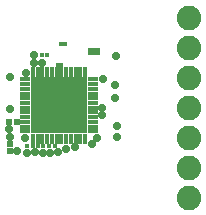
<source format=gbr>
G04 EAGLE Gerber X2 export*
%TF.Part,Single*%
%TF.FileFunction,Soldermask,Top,1*%
%TF.FilePolarity,Negative*%
%TF.GenerationSoftware,Autodesk,EAGLE,8.6.3*%
%TF.CreationDate,2018-04-05T08:16:35Z*%
G75*
%MOMM*%
%FSLAX34Y34*%
%LPD*%
%AMOC8*
5,1,8,0,0,1.08239X$1,22.5*%
G01*
%ADD10R,0.453200X0.453200*%
%ADD11C,2.082800*%
%ADD12R,0.414800X0.403200*%
%ADD13R,0.603200X0.553200*%
%ADD14R,0.328200X0.353200*%
%ADD15R,0.503200X0.403200*%
%ADD16R,0.553200X0.603200*%
%ADD17R,0.433200X0.883200*%
%ADD18R,4.803200X4.803200*%
%ADD19R,0.883200X0.433200*%
%ADD20C,0.711200*%


D10*
X24138Y8805D03*
X19566Y8805D03*
X38380Y8723D03*
X42952Y8723D03*
X28572Y8735D03*
X33144Y8735D03*
X36459Y85976D03*
X31887Y85976D03*
D11*
X156400Y117800D03*
X156400Y92400D03*
X156400Y67000D03*
X156400Y41600D03*
X156400Y16200D03*
X156400Y-9200D03*
X156400Y-34600D03*
D12*
X51938Y95402D03*
X48022Y95402D03*
D13*
X4975Y4643D03*
X4975Y10843D03*
D14*
X45505Y77926D03*
X47867Y77926D03*
D15*
X78796Y90409D03*
X78796Y87409D03*
X73396Y87409D03*
X73396Y90409D03*
D16*
X4540Y29408D03*
X10740Y29408D03*
D17*
X24462Y14900D03*
D18*
X46462Y43500D03*
D17*
X28462Y14900D03*
X32462Y14900D03*
X36462Y14900D03*
X40462Y14900D03*
X44462Y14900D03*
X48462Y14900D03*
X52462Y14900D03*
X56462Y14900D03*
X60462Y14900D03*
X64462Y14900D03*
X68462Y14900D03*
D19*
X75062Y21500D03*
X75062Y25500D03*
X75062Y29500D03*
X75062Y33500D03*
X75062Y37500D03*
X75062Y41500D03*
X75062Y45500D03*
X75062Y49500D03*
X75062Y53500D03*
X75062Y57500D03*
X75062Y61500D03*
X75062Y65500D03*
D17*
X68462Y72100D03*
X64462Y72100D03*
X60462Y72100D03*
X56462Y72100D03*
X52462Y72100D03*
X48462Y72100D03*
X44462Y72100D03*
X40462Y72100D03*
X36462Y72100D03*
X32462Y72100D03*
X28462Y72100D03*
X24462Y72100D03*
D19*
X17862Y65500D03*
X17862Y61500D03*
X17862Y57500D03*
X17862Y53500D03*
X17862Y49500D03*
X17862Y45500D03*
X17862Y41500D03*
X17862Y37500D03*
X17862Y33500D03*
X17862Y29500D03*
X17862Y25500D03*
X17862Y21500D03*
D20*
X83915Y65411D03*
X32227Y79300D03*
X25437Y79056D03*
X83007Y41083D03*
X93642Y50070D03*
X95497Y25829D03*
X60306Y8424D03*
X83154Y34987D03*
X4864Y67579D03*
X5024Y40546D03*
X4231Y23755D03*
X19208Y3565D03*
X60000Y60000D03*
X25264Y86123D03*
X26141Y3670D03*
X4956Y16745D03*
X39040Y3536D03*
X95157Y16494D03*
X50000Y60000D03*
X40000Y60000D03*
X40000Y50000D03*
X50000Y50000D03*
X30000Y40000D03*
X41481Y38519D03*
X95000Y85000D03*
X74525Y10758D03*
X17279Y16238D03*
X18450Y71126D03*
X32944Y3463D03*
X10582Y4756D03*
X45789Y3781D03*
X94174Y61077D03*
X78847Y15507D03*
X52410Y6669D03*
M02*

</source>
